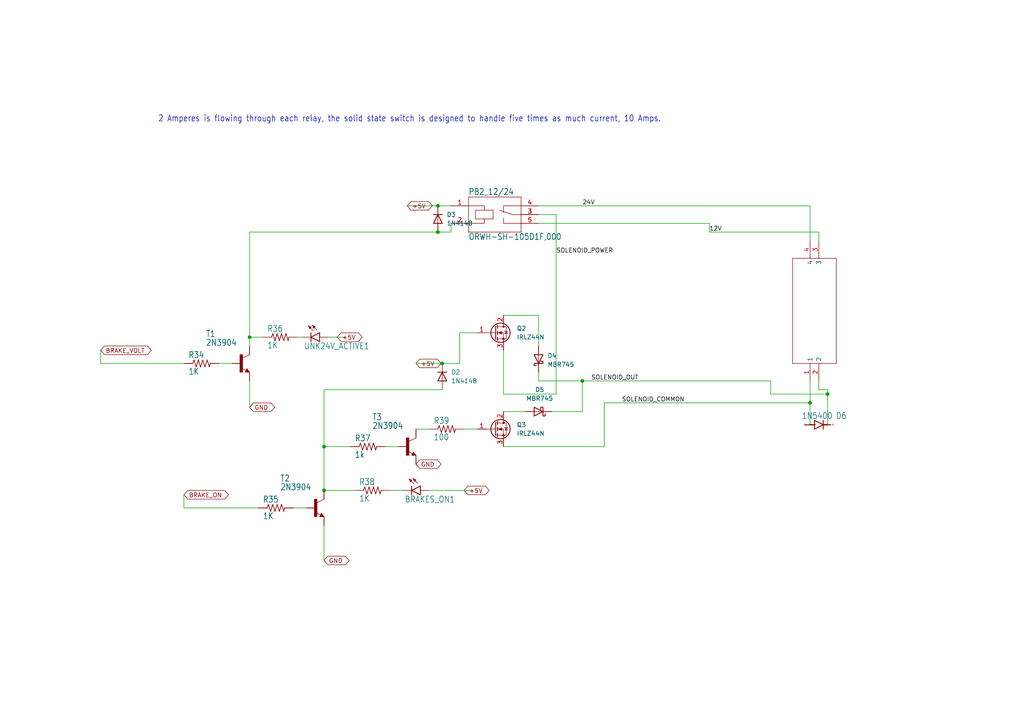
<source format=kicad_sch>
(kicad_sch (version 20230121) (generator eeschema)

  (uuid 6442ba4f-6f8d-4272-ba6a-2c8780a05fac)

  (paper "A4")

  (lib_symbols
    (symbol "Diode:1N4148" (pin_numbers hide) (pin_names hide) (in_bom yes) (on_board yes)
      (property "Reference" "D" (at 0 2.54 0)
        (effects (font (size 1.27 1.27)))
      )
      (property "Value" "1N4148" (at 0 -2.54 0)
        (effects (font (size 1.27 1.27)))
      )
      (property "Footprint" "Diode_THT:D_DO-35_SOD27_P7.62mm_Horizontal" (at 0 0 0)
        (effects (font (size 1.27 1.27)) hide)
      )
      (property "Datasheet" "https://assets.nexperia.com/documents/data-sheet/1N4148_1N4448.pdf" (at 0 0 0)
        (effects (font (size 1.27 1.27)) hide)
      )
      (property "Sim.Device" "D" (at 0 0 0)
        (effects (font (size 1.27 1.27)) hide)
      )
      (property "Sim.Pins" "1=K 2=A" (at 0 0 0)
        (effects (font (size 1.27 1.27)) hide)
      )
      (property "ki_keywords" "diode" (at 0 0 0)
        (effects (font (size 1.27 1.27)) hide)
      )
      (property "ki_description" "100V 0.15A standard switching diode, DO-35" (at 0 0 0)
        (effects (font (size 1.27 1.27)) hide)
      )
      (property "ki_fp_filters" "D*DO?35*" (at 0 0 0)
        (effects (font (size 1.27 1.27)) hide)
      )
      (symbol "1N4148_0_1"
        (polyline
          (pts
            (xy -1.27 1.27)
            (xy -1.27 -1.27)
          )
          (stroke (width 0.254) (type default))
          (fill (type none))
        )
        (polyline
          (pts
            (xy 1.27 0)
            (xy -1.27 0)
          )
          (stroke (width 0) (type default))
          (fill (type none))
        )
        (polyline
          (pts
            (xy 1.27 1.27)
            (xy 1.27 -1.27)
            (xy -1.27 0)
            (xy 1.27 1.27)
          )
          (stroke (width 0.254) (type default))
          (fill (type none))
        )
      )
      (symbol "1N4148_1_1"
        (pin passive line (at -3.81 0 0) (length 2.54)
          (name "K" (effects (font (size 1.27 1.27))))
          (number "1" (effects (font (size 1.27 1.27))))
        )
        (pin passive line (at 3.81 0 180) (length 2.54)
          (name "A" (effects (font (size 1.27 1.27))))
          (number "2" (effects (font (size 1.27 1.27))))
        )
      )
    )
    (symbol "Diode:MBR745" (pin_numbers hide) (pin_names (offset 1.016) hide) (in_bom yes) (on_board yes)
      (property "Reference" "D" (at 0 2.54 0)
        (effects (font (size 1.27 1.27)))
      )
      (property "Value" "MBR745" (at 0 -2.54 0)
        (effects (font (size 1.27 1.27)))
      )
      (property "Footprint" "Package_TO_SOT_THT:TO-220-2_Vertical" (at 0 -4.445 0)
        (effects (font (size 1.27 1.27)) hide)
      )
      (property "Datasheet" "http://www.onsemi.com/pub_link/Collateral/MBR735-D.PDF" (at 0 0 0)
        (effects (font (size 1.27 1.27)) hide)
      )
      (property "ki_keywords" "diode Schottky" (at 0 0 0)
        (effects (font (size 1.27 1.27)) hide)
      )
      (property "ki_description" "45V 7.5A Schottky Barrier Rectifier Diode, TO-220" (at 0 0 0)
        (effects (font (size 1.27 1.27)) hide)
      )
      (property "ki_fp_filters" "TO?220*" (at 0 0 0)
        (effects (font (size 1.27 1.27)) hide)
      )
      (symbol "MBR745_0_1"
        (polyline
          (pts
            (xy 1.27 0)
            (xy -1.27 0)
          )
          (stroke (width 0) (type default))
          (fill (type none))
        )
        (polyline
          (pts
            (xy 1.27 1.27)
            (xy 1.27 -1.27)
            (xy -1.27 0)
            (xy 1.27 1.27)
          )
          (stroke (width 0.254) (type default))
          (fill (type none))
        )
        (polyline
          (pts
            (xy -1.905 0.635)
            (xy -1.905 1.27)
            (xy -1.27 1.27)
            (xy -1.27 -1.27)
            (xy -0.635 -1.27)
            (xy -0.635 -0.635)
          )
          (stroke (width 0.254) (type default))
          (fill (type none))
        )
      )
      (symbol "MBR745_1_1"
        (pin passive line (at -3.81 0 0) (length 2.54)
          (name "K" (effects (font (size 1.27 1.27))))
          (number "1" (effects (font (size 1.27 1.27))))
        )
        (pin passive line (at 3.81 0 180) (length 2.54)
          (name "A" (effects (font (size 1.27 1.27))))
          (number "2" (effects (font (size 1.27 1.27))))
        )
      )
    )
    (symbol "LowLevelv3_1-eagle-import:1N5400" (in_bom yes) (on_board yes)
      (property "Reference" "D" (at 2.54 0.4826 0)
        (effects (font (size 1.778 1.5113)) (justify left bottom))
      )
      (property "Value" "" (at 2.54 -2.3114 0)
        (effects (font (size 1.778 1.5113)) (justify left bottom))
      )
      (property "Footprint" "LowLevelv3_1:DO201-15" (at 0 0 0)
        (effects (font (size 1.27 1.27)) hide)
      )
      (property "Datasheet" "" (at 0 0 0)
        (effects (font (size 1.27 1.27)) hide)
      )
      (property "ki_locked" "" (at 0 0 0)
        (effects (font (size 1.27 1.27)))
      )
      (symbol "1N5400_1_0"
        (polyline
          (pts
            (xy -1.27 -1.27)
            (xy 1.27 0)
          )
          (stroke (width 0.254) (type solid))
          (fill (type none))
        )
        (polyline
          (pts
            (xy -1.27 0)
            (xy -2.54 0)
          )
          (stroke (width 0.254) (type solid))
          (fill (type none))
        )
        (polyline
          (pts
            (xy -1.27 0)
            (xy -1.27 -1.27)
          )
          (stroke (width 0.254) (type solid))
          (fill (type none))
        )
        (polyline
          (pts
            (xy -1.27 1.27)
            (xy -1.27 0)
          )
          (stroke (width 0.254) (type solid))
          (fill (type none))
        )
        (polyline
          (pts
            (xy 1.27 0)
            (xy -1.27 1.27)
          )
          (stroke (width 0.254) (type solid))
          (fill (type none))
        )
        (polyline
          (pts
            (xy 1.27 0)
            (xy 1.27 -1.27)
          )
          (stroke (width 0.254) (type solid))
          (fill (type none))
        )
        (polyline
          (pts
            (xy 1.27 1.27)
            (xy 1.27 0)
          )
          (stroke (width 0.254) (type solid))
          (fill (type none))
        )
        (polyline
          (pts
            (xy 2.54 0)
            (xy 1.27 0)
          )
          (stroke (width 0.254) (type solid))
          (fill (type none))
        )
        (text "SpiceOrder 1" (at -2.54 0 0)
          (effects (font (size 0.4064 0.3454)))
        )
        (text "SpiceOrder 2" (at 2.54 0 0)
          (effects (font (size 0.4064 0.3454)))
        )
        (pin passive line (at -2.54 0 0) (length 0)
          (name "A" (effects (font (size 0 0))))
          (number "A" (effects (font (size 0 0))))
        )
        (pin passive line (at 2.54 0 180) (length 0)
          (name "C" (effects (font (size 0 0))))
          (number "C" (effects (font (size 0 0))))
        )
      )
    )
    (symbol "LowLevelv3_1-eagle-import:284512-4" (in_bom yes) (on_board yes)
      (property "Reference" "U" (at 18.1356 9.1186 0)
        (effects (font (size 2.0828 1.7703)) (justify left bottom) hide)
      )
      (property "Value" "" (at 17.5006 6.5786 0)
        (effects (font (size 2.0828 1.7703)) (justify left bottom) hide)
      )
      (property "Footprint" "LowLevelv3_1:284512-4" (at 0 0 0)
        (effects (font (size 1.27 1.27)) hide)
      )
      (property "Datasheet" "" (at 0 0 0)
        (effects (font (size 1.27 1.27)) hide)
      )
      (property "ki_locked" "" (at 0 0 0)
        (effects (font (size 1.27 1.27)))
      )
      (symbol "284512-4_1_0"
        (polyline
          (pts
            (xy 7.62 -7.62)
            (xy 38.1 -7.62)
          )
          (stroke (width 0.1524) (type solid))
          (fill (type none))
        )
        (polyline
          (pts
            (xy 7.62 5.08)
            (xy 7.62 -7.62)
          )
          (stroke (width 0.1524) (type solid))
          (fill (type none))
        )
        (polyline
          (pts
            (xy 38.1 -7.62)
            (xy 38.1 5.08)
          )
          (stroke (width 0.1524) (type solid))
          (fill (type none))
        )
        (polyline
          (pts
            (xy 38.1 5.08)
            (xy 7.62 5.08)
          )
          (stroke (width 0.1524) (type solid))
          (fill (type none))
        )
        (pin passive line (at 2.54 0 0) (length 5.08)
          (name "1" (effects (font (size 1.27 1.27))))
          (number "1" (effects (font (size 1.27 1.27))))
        )
        (pin passive line (at 2.54 -2.54 0) (length 5.08)
          (name "2" (effects (font (size 1.27 1.27))))
          (number "2" (effects (font (size 1.27 1.27))))
        )
        (pin passive line (at 43.18 -2.54 180) (length 5.08)
          (name "3" (effects (font (size 1.27 1.27))))
          (number "3" (effects (font (size 1.27 1.27))))
        )
        (pin passive line (at 43.18 0 180) (length 5.08)
          (name "4" (effects (font (size 1.27 1.27))))
          (number "4" (effects (font (size 1.27 1.27))))
        )
      )
    )
    (symbol "LowLevelv3_1-eagle-import:2N3904" (in_bom yes) (on_board yes)
      (property "Reference" "T" (at -10.16 7.62 0)
        (effects (font (size 1.778 1.5113)) (justify left bottom))
      )
      (property "Value" "" (at -10.16 5.08 0)
        (effects (font (size 1.778 1.5113)) (justify left bottom))
      )
      (property "Footprint" "LowLevelv3_1:TO92" (at 0 0 0)
        (effects (font (size 1.27 1.27)) hide)
      )
      (property "Datasheet" "" (at 0 0 0)
        (effects (font (size 1.27 1.27)) hide)
      )
      (property "ki_locked" "" (at 0 0 0)
        (effects (font (size 1.27 1.27)))
      )
      (symbol "2N3904_1_0"
        (rectangle (start -0.254 -2.54) (end 0.508 2.54)
          (stroke (width 0) (type default))
          (fill (type outline))
        )
        (polyline
          (pts
            (xy 1.27 -2.54)
            (xy 1.778 -1.524)
          )
          (stroke (width 0.1524) (type solid))
          (fill (type none))
        )
        (polyline
          (pts
            (xy 1.524 -2.413)
            (xy 2.286 -2.413)
          )
          (stroke (width 0.254) (type solid))
          (fill (type none))
        )
        (polyline
          (pts
            (xy 1.524 -2.286)
            (xy 1.905 -2.286)
          )
          (stroke (width 0.254) (type solid))
          (fill (type none))
        )
        (polyline
          (pts
            (xy 1.54 -2.04)
            (xy 0.308 -1.424)
          )
          (stroke (width 0.1524) (type solid))
          (fill (type none))
        )
        (polyline
          (pts
            (xy 1.778 -1.778)
            (xy 1.524 -2.286)
          )
          (stroke (width 0.254) (type solid))
          (fill (type none))
        )
        (polyline
          (pts
            (xy 1.778 -1.524)
            (xy 2.54 -2.54)
          )
          (stroke (width 0.1524) (type solid))
          (fill (type none))
        )
        (polyline
          (pts
            (xy 1.905 -2.286)
            (xy 1.778 -2.032)
          )
          (stroke (width 0.254) (type solid))
          (fill (type none))
        )
        (polyline
          (pts
            (xy 2.286 -2.413)
            (xy 1.778 -1.778)
          )
          (stroke (width 0.254) (type solid))
          (fill (type none))
        )
        (polyline
          (pts
            (xy 2.54 -2.54)
            (xy 1.27 -2.54)
          )
          (stroke (width 0.1524) (type solid))
          (fill (type none))
        )
        (polyline
          (pts
            (xy 2.54 2.54)
            (xy 0.508 1.524)
          )
          (stroke (width 0.1524) (type solid))
          (fill (type none))
        )
        (pin passive line (at 2.54 5.08 270) (length 2.54)
          (name "C" (effects (font (size 0 0))))
          (number "1" (effects (font (size 0 0))))
        )
        (pin passive line (at -2.54 0 0) (length 2.54)
          (name "B" (effects (font (size 0 0))))
          (number "2" (effects (font (size 0 0))))
        )
        (pin passive line (at 2.54 -5.08 90) (length 2.54)
          (name "E" (effects (font (size 0 0))))
          (number "3" (effects (font (size 0 0))))
        )
      )
    )
    (symbol "LowLevelv3_1-eagle-import:LED3MM" (in_bom yes) (on_board yes)
      (property "Reference" "LED" (at 3.556 -4.572 90)
        (effects (font (size 1.778 1.5113)) (justify left bottom))
      )
      (property "Value" "" (at 5.715 -4.572 90)
        (effects (font (size 1.778 1.5113)) (justify left bottom))
      )
      (property "Footprint" "LowLevelv3_1:LED3MM" (at 0 0 0)
        (effects (font (size 1.27 1.27)) hide)
      )
      (property "Datasheet" "" (at 0 0 0)
        (effects (font (size 1.27 1.27)) hide)
      )
      (property "ki_locked" "" (at 0 0 0)
        (effects (font (size 1.27 1.27)))
      )
      (symbol "LED3MM_1_0"
        (polyline
          (pts
            (xy -2.032 -0.762)
            (xy -3.429 -2.159)
          )
          (stroke (width 0.1524) (type solid))
          (fill (type none))
        )
        (polyline
          (pts
            (xy -1.905 -1.905)
            (xy -3.302 -3.302)
          )
          (stroke (width 0.1524) (type solid))
          (fill (type none))
        )
        (polyline
          (pts
            (xy 0 -2.54)
            (xy -1.27 -2.54)
          )
          (stroke (width 0.254) (type solid))
          (fill (type none))
        )
        (polyline
          (pts
            (xy 0 -2.54)
            (xy -1.27 0)
          )
          (stroke (width 0.254) (type solid))
          (fill (type none))
        )
        (polyline
          (pts
            (xy 0 0)
            (xy -1.27 0)
          )
          (stroke (width 0.254) (type solid))
          (fill (type none))
        )
        (polyline
          (pts
            (xy 1.27 -2.54)
            (xy 0 -2.54)
          )
          (stroke (width 0.254) (type solid))
          (fill (type none))
        )
        (polyline
          (pts
            (xy 1.27 0)
            (xy 0 -2.54)
          )
          (stroke (width 0.254) (type solid))
          (fill (type none))
        )
        (polyline
          (pts
            (xy 1.27 0)
            (xy 0 0)
          )
          (stroke (width 0.254) (type solid))
          (fill (type none))
        )
        (polyline
          (pts
            (xy -3.429 -2.159)
            (xy -3.048 -1.27)
            (xy -2.54 -1.778)
          )
          (stroke (width 0.1524) (type solid))
          (fill (type outline))
        )
        (polyline
          (pts
            (xy -3.302 -3.302)
            (xy -2.921 -2.413)
            (xy -2.413 -2.921)
          )
          (stroke (width 0.1524) (type solid))
          (fill (type outline))
        )
        (pin passive line (at 0 2.54 270) (length 2.54)
          (name "A" (effects (font (size 0 0))))
          (number "A" (effects (font (size 0 0))))
        )
        (pin passive line (at 0 -5.08 90) (length 2.54)
          (name "C" (effects (font (size 0 0))))
          (number "K" (effects (font (size 0 0))))
        )
      )
    )
    (symbol "LowLevelv3_1-eagle-import:ORWH-SH-105D1F,000" (in_bom yes) (on_board yes)
      (property "Reference" "K" (at -5.1169 5.6256 0)
        (effects (font (size 1.7804 1.5133)) (justify left bottom))
      )
      (property "Value" "" (at -5.099 -7.3917 0)
        (effects (font (size 1.779 1.5121)) (justify left bottom))
      )
      (property "Footprint" "LowLevelv3_1:TE_ORWH-SH-105D1F,000" (at 0 0 0)
        (effects (font (size 1.27 1.27)) hide)
      )
      (property "Datasheet" "" (at 0 0 0)
        (effects (font (size 1.27 1.27)) hide)
      )
      (property "ki_locked" "" (at 0 0 0)
        (effects (font (size 1.27 1.27)))
      )
      (symbol "ORWH-SH-105D1F,000_1_0"
        (polyline
          (pts
            (xy -5.08 -5.08)
            (xy -5.08 -2.54)
          )
          (stroke (width 0.1524) (type solid))
          (fill (type none))
        )
        (polyline
          (pts
            (xy -5.08 -2.54)
            (xy -5.08 2.54)
          )
          (stroke (width 0.1524) (type solid))
          (fill (type none))
        )
        (polyline
          (pts
            (xy -5.08 -2.54)
            (xy -0.508 -2.54)
          )
          (stroke (width 0.1524) (type solid))
          (fill (type none))
        )
        (polyline
          (pts
            (xy -5.08 2.54)
            (xy -5.08 5.08)
          )
          (stroke (width 0.1524) (type solid))
          (fill (type none))
        )
        (polyline
          (pts
            (xy -5.08 2.54)
            (xy -0.508 2.54)
          )
          (stroke (width 0.1524) (type solid))
          (fill (type none))
        )
        (polyline
          (pts
            (xy -5.08 5.08)
            (xy 10.16 5.08)
          )
          (stroke (width 0.1524) (type solid))
          (fill (type none))
        )
        (polyline
          (pts
            (xy -3.048 -1.27)
            (xy -0.508 -1.27)
          )
          (stroke (width 0.1524) (type solid))
          (fill (type none))
        )
        (polyline
          (pts
            (xy -3.048 1.27)
            (xy -3.048 -1.27)
          )
          (stroke (width 0.1524) (type solid))
          (fill (type none))
        )
        (polyline
          (pts
            (xy -0.508 -2.54)
            (xy -0.508 -1.27)
          )
          (stroke (width 0.1524) (type solid))
          (fill (type none))
        )
        (polyline
          (pts
            (xy -0.508 -1.27)
            (xy 2.032 -1.27)
          )
          (stroke (width 0.1524) (type solid))
          (fill (type none))
        )
        (polyline
          (pts
            (xy -0.508 1.27)
            (xy -3.048 1.27)
          )
          (stroke (width 0.1524) (type solid))
          (fill (type none))
        )
        (polyline
          (pts
            (xy -0.508 2.54)
            (xy -0.508 1.27)
          )
          (stroke (width 0.1524) (type solid))
          (fill (type none))
        )
        (polyline
          (pts
            (xy 2.032 -1.27)
            (xy 2.032 1.27)
          )
          (stroke (width 0.1524) (type solid))
          (fill (type none))
        )
        (polyline
          (pts
            (xy 2.032 1.27)
            (xy -0.508 1.27)
          )
          (stroke (width 0.1524) (type solid))
          (fill (type none))
        )
        (polyline
          (pts
            (xy 5.08 -2.54)
            (xy 5.08 -1.016)
          )
          (stroke (width 0.1524) (type solid))
          (fill (type none))
        )
        (polyline
          (pts
            (xy 5.08 2.54)
            (xy 5.08 0.508)
          )
          (stroke (width 0.1524) (type solid))
          (fill (type none))
        )
        (polyline
          (pts
            (xy 7.62 0)
            (xy 3.81 1.27)
          )
          (stroke (width 0.1524) (type solid))
          (fill (type none))
        )
        (polyline
          (pts
            (xy 10.16 -5.08)
            (xy -5.08 -5.08)
          )
          (stroke (width 0.1524) (type solid))
          (fill (type none))
        )
        (polyline
          (pts
            (xy 10.16 -2.54)
            (xy 5.08 -2.54)
          )
          (stroke (width 0.1524) (type solid))
          (fill (type none))
        )
        (polyline
          (pts
            (xy 10.16 -2.54)
            (xy 10.16 -5.08)
          )
          (stroke (width 0.1524) (type solid))
          (fill (type none))
        )
        (polyline
          (pts
            (xy 10.16 0)
            (xy 7.62 0)
          )
          (stroke (width 0.1524) (type solid))
          (fill (type none))
        )
        (polyline
          (pts
            (xy 10.16 0)
            (xy 10.16 -2.54)
          )
          (stroke (width 0.1524) (type solid))
          (fill (type none))
        )
        (polyline
          (pts
            (xy 10.16 2.54)
            (xy 5.08 2.54)
          )
          (stroke (width 0.1524) (type solid))
          (fill (type none))
        )
        (polyline
          (pts
            (xy 10.16 2.54)
            (xy 10.16 0)
          )
          (stroke (width 0.1524) (type solid))
          (fill (type none))
        )
        (polyline
          (pts
            (xy 10.16 5.08)
            (xy 10.16 2.54)
          )
          (stroke (width 0.1524) (type solid))
          (fill (type none))
        )
        (pin passive line (at -10.16 2.54 0) (length 5.08)
          (name "C1" (effects (font (size 0 0))))
          (number "1" (effects (font (size 1.27 1.27))))
        )
        (pin passive line (at -10.16 -2.54 0) (length 5.08)
          (name "C2" (effects (font (size 0 0))))
          (number "2" (effects (font (size 1.27 1.27))))
        )
        (pin passive line (at 15.24 0 180) (length 5.08)
          (name "C" (effects (font (size 0 0))))
          (number "3" (effects (font (size 1.27 1.27))))
        )
        (pin passive line (at 15.24 2.54 180) (length 5.08)
          (name "NC" (effects (font (size 0 0))))
          (number "4" (effects (font (size 1.27 1.27))))
        )
        (pin passive line (at 15.24 -2.54 180) (length 5.08)
          (name "NO" (effects (font (size 0 0))))
          (number "5" (effects (font (size 1.27 1.27))))
        )
      )
    )
    (symbol "LowLevelv3_1-eagle-import:R-US_R1206" (in_bom yes) (on_board yes)
      (property "Reference" "R" (at -3.81 1.4986 0)
        (effects (font (size 1.778 1.5113)) (justify left bottom))
      )
      (property "Value" "" (at -3.81 -3.302 0)
        (effects (font (size 1.778 1.5113)) (justify left bottom))
      )
      (property "Footprint" "LowLevelv3_1:R1206" (at 0 0 0)
        (effects (font (size 1.27 1.27)) hide)
      )
      (property "Datasheet" "" (at 0 0 0)
        (effects (font (size 1.27 1.27)) hide)
      )
      (property "ki_locked" "" (at 0 0 0)
        (effects (font (size 1.27 1.27)))
      )
      (symbol "R-US_R1206_1_0"
        (polyline
          (pts
            (xy -2.54 0)
            (xy -2.159 1.016)
          )
          (stroke (width 0.2032) (type solid))
          (fill (type none))
        )
        (polyline
          (pts
            (xy -2.159 1.016)
            (xy -1.524 -1.016)
          )
          (stroke (width 0.2032) (type solid))
          (fill (type none))
        )
        (polyline
          (pts
            (xy -1.524 -1.016)
            (xy -0.889 1.016)
          )
          (stroke (width 0.2032) (type solid))
          (fill (type none))
        )
        (polyline
          (pts
            (xy -0.889 1.016)
            (xy -0.254 -1.016)
          )
          (stroke (width 0.2032) (type solid))
          (fill (type none))
        )
        (polyline
          (pts
            (xy -0.254 -1.016)
            (xy 0.381 1.016)
          )
          (stroke (width 0.2032) (type solid))
          (fill (type none))
        )
        (polyline
          (pts
            (xy 0.381 1.016)
            (xy 1.016 -1.016)
          )
          (stroke (width 0.2032) (type solid))
          (fill (type none))
        )
        (polyline
          (pts
            (xy 1.016 -1.016)
            (xy 1.651 1.016)
          )
          (stroke (width 0.2032) (type solid))
          (fill (type none))
        )
        (polyline
          (pts
            (xy 1.651 1.016)
            (xy 2.286 -1.016)
          )
          (stroke (width 0.2032) (type solid))
          (fill (type none))
        )
        (polyline
          (pts
            (xy 2.286 -1.016)
            (xy 2.54 0)
          )
          (stroke (width 0.2032) (type solid))
          (fill (type none))
        )
        (pin passive line (at -5.08 0 0) (length 2.54)
          (name "1" (effects (font (size 0 0))))
          (number "1" (effects (font (size 0 0))))
        )
        (pin passive line (at 5.08 0 180) (length 2.54)
          (name "2" (effects (font (size 0 0))))
          (number "2" (effects (font (size 0 0))))
        )
      )
    )
    (symbol "Transistor_FET:IRLZ44N" (pin_names hide) (in_bom yes) (on_board yes)
      (property "Reference" "Q" (at 5.08 1.905 0)
        (effects (font (size 1.27 1.27)) (justify left))
      )
      (property "Value" "IRLZ44N" (at 5.08 0 0)
        (effects (font (size 1.27 1.27)) (justify left))
      )
      (property "Footprint" "Package_TO_SOT_THT:TO-220-3_Vertical" (at 5.08 -1.905 0)
        (effects (font (size 1.27 1.27) italic) (justify left) hide)
      )
      (property "Datasheet" "http://www.irf.com/product-info/datasheets/data/irlz44n.pdf" (at 5.08 -3.81 0)
        (effects (font (size 1.27 1.27)) (justify left) hide)
      )
      (property "ki_keywords" "N-Channel HEXFET MOSFET Logic-Level" (at 0 0 0)
        (effects (font (size 1.27 1.27)) hide)
      )
      (property "ki_description" "47A Id, 55V Vds, 22mOhm Rds Single N-Channel HEXFET Power MOSFET, TO-220AB" (at 0 0 0)
        (effects (font (size 1.27 1.27)) hide)
      )
      (property "ki_fp_filters" "TO?220*" (at 0 0 0)
        (effects (font (size 1.27 1.27)) hide)
      )
      (symbol "IRLZ44N_0_1"
        (polyline
          (pts
            (xy 0.254 0)
            (xy -2.54 0)
          )
          (stroke (width 0) (type default))
          (fill (type none))
        )
        (polyline
          (pts
            (xy 0.254 1.905)
            (xy 0.254 -1.905)
          )
          (stroke (width 0.254) (type default))
          (fill (type none))
        )
        (polyline
          (pts
            (xy 0.762 -1.27)
            (xy 0.762 -2.286)
          )
          (stroke (width 0.254) (type default))
          (fill (type none))
        )
        (polyline
          (pts
            (xy 0.762 0.508)
            (xy 0.762 -0.508)
          )
          (stroke (width 0.254) (type default))
          (fill (type none))
        )
        (polyline
          (pts
            (xy 0.762 2.286)
            (xy 0.762 1.27)
          )
          (stroke (width 0.254) (type default))
          (fill (type none))
        )
        (polyline
          (pts
            (xy 2.54 2.54)
            (xy 2.54 1.778)
          )
          (stroke (width 0) (type default))
          (fill (type none))
        )
        (polyline
          (pts
            (xy 2.54 -2.54)
            (xy 2.54 0)
            (xy 0.762 0)
          )
          (stroke (width 0) (type default))
          (fill (type none))
        )
        (polyline
          (pts
            (xy 0.762 -1.778)
            (xy 3.302 -1.778)
            (xy 3.302 1.778)
            (xy 0.762 1.778)
          )
          (stroke (width 0) (type default))
          (fill (type none))
        )
        (polyline
          (pts
            (xy 1.016 0)
            (xy 2.032 0.381)
            (xy 2.032 -0.381)
            (xy 1.016 0)
          )
          (stroke (width 0) (type default))
          (fill (type outline))
        )
        (polyline
          (pts
            (xy 2.794 0.508)
            (xy 2.921 0.381)
            (xy 3.683 0.381)
            (xy 3.81 0.254)
          )
          (stroke (width 0) (type default))
          (fill (type none))
        )
        (polyline
          (pts
            (xy 3.302 0.381)
            (xy 2.921 -0.254)
            (xy 3.683 -0.254)
            (xy 3.302 0.381)
          )
          (stroke (width 0) (type default))
          (fill (type none))
        )
        (circle (center 1.651 0) (radius 2.794)
          (stroke (width 0.254) (type default))
          (fill (type none))
        )
        (circle (center 2.54 -1.778) (radius 0.254)
          (stroke (width 0) (type default))
          (fill (type outline))
        )
        (circle (center 2.54 1.778) (radius 0.254)
          (stroke (width 0) (type default))
          (fill (type outline))
        )
      )
      (symbol "IRLZ44N_1_1"
        (pin input line (at -5.08 0 0) (length 2.54)
          (name "G" (effects (font (size 1.27 1.27))))
          (number "1" (effects (font (size 1.27 1.27))))
        )
        (pin passive line (at 2.54 5.08 270) (length 2.54)
          (name "D" (effects (font (size 1.27 1.27))))
          (number "2" (effects (font (size 1.27 1.27))))
        )
        (pin passive line (at 2.54 -5.08 90) (length 2.54)
          (name "S" (effects (font (size 1.27 1.27))))
          (number "3" (effects (font (size 1.27 1.27))))
        )
      )
    )
  )

  (junction (at 234.95 116.84) (diameter 0) (color 0 0 0 0)
    (uuid 074716c6-c75c-43f7-91dd-c0b61d1225a9)
  )
  (junction (at 93.98 142.24) (diameter 0) (color 0 0 0 0)
    (uuid 153db05f-cd74-4280-ab48-3515b7676396)
  )
  (junction (at 93.98 129.54) (diameter 0) (color 0 0 0 0)
    (uuid 24dcc074-4315-427e-a960-986b4074028d)
  )
  (junction (at 127 67.31) (diameter 0) (color 0 0 0 0)
    (uuid 39320f74-2e79-4545-870a-3dbf350fb0ca)
  )
  (junction (at 240.03 114.3) (diameter 0) (color 0 0 0 0)
    (uuid 3dd7c205-1288-4521-a481-37cb65156fc7)
  )
  (junction (at 168.91 110.49) (diameter 0) (color 0 0 0 0)
    (uuid 48c94372-adc0-4306-b534-fb6730fc1990)
  )
  (junction (at 128.27 105.41) (diameter 0) (color 0 0 0 0)
    (uuid 6c3a4f6c-482d-491a-8d93-5d979f8a1c73)
  )
  (junction (at 127 59.69) (diameter 0) (color 0 0 0 0)
    (uuid b790ab61-c55b-48c3-b7c5-29ee5f82346b)
  )
  (junction (at 72.39 97.79) (diameter 0) (color 0 0 0 0)
    (uuid cdbed0d1-c7e7-4821-a5ce-9953864f8dfe)
  )

  (wire (pts (xy 29.21 105.41) (xy 53.34 105.41))
    (stroke (width 0.1524) (type solid))
    (uuid 03eda810-5f09-491c-807a-747829534614)
  )
  (wire (pts (xy 120.65 105.41) (xy 128.27 105.41))
    (stroke (width 0.1524) (type solid))
    (uuid 0583389a-ad9c-4521-b4e1-274ac22d001c)
  )
  (wire (pts (xy 237.49 113.03) (xy 237.49 110.49))
    (stroke (width 0.1524) (type solid))
    (uuid 09458d0a-c09e-4524-9684-9aab2edb7b4d)
  )
  (wire (pts (xy 205.74 64.77) (xy 156.21 64.77))
    (stroke (width 0.1524) (type solid))
    (uuid 0efb573d-5d6a-40b8-bdf9-e38cdd0afa4c)
  )
  (wire (pts (xy 86.36 97.79) (xy 87.63 97.79))
    (stroke (width 0.1524) (type solid))
    (uuid 105595d4-da94-4737-bd64-ee3196aea16d)
  )
  (wire (pts (xy 72.39 110.49) (xy 72.39 118.11))
    (stroke (width 0.1524) (type solid))
    (uuid 13907834-6874-45e2-a8e3-e24cc1648d87)
  )
  (wire (pts (xy 130.81 67.31) (xy 130.81 64.77))
    (stroke (width 0) (type default))
    (uuid 187d028f-f7dc-42c2-8ec9-aa9e6a0626de)
  )
  (wire (pts (xy 93.98 129.54) (xy 93.98 142.24))
    (stroke (width 0.1524) (type solid))
    (uuid 1dd57ab8-1326-4003-9fd6-8007b0e8904c)
  )
  (wire (pts (xy 240.03 114.3) (xy 240.03 123.19))
    (stroke (width 0.1524) (type solid))
    (uuid 202bd243-1ca6-4802-9105-c8efdc28b87e)
  )
  (wire (pts (xy 234.95 116.84) (xy 234.95 123.19))
    (stroke (width 0.1524) (type solid))
    (uuid 2249f765-0a65-49a1-9267-27d083ad321e)
  )
  (wire (pts (xy 223.52 114.3) (xy 240.03 114.3))
    (stroke (width 0) (type default))
    (uuid 2458ebe7-beac-49f1-91e1-84fed679bc1a)
  )
  (wire (pts (xy 156.21 62.23) (xy 161.29 62.23))
    (stroke (width 0) (type default))
    (uuid 28fc2ae8-a675-4b82-8868-a2abf96242e5)
  )
  (wire (pts (xy 234.95 110.49) (xy 234.95 116.84))
    (stroke (width 0.1524) (type solid))
    (uuid 2f4b3ea1-0f94-46c6-bfaa-e75d43a8757a)
  )
  (wire (pts (xy 175.26 129.54) (xy 146.05 129.54))
    (stroke (width 0.1524) (type solid))
    (uuid 317c2260-ebb5-45ab-ab28-ce578a0d3adb)
  )
  (wire (pts (xy 156.21 59.69) (xy 234.95 59.69))
    (stroke (width 0.1524) (type solid))
    (uuid 340d21dc-d048-41f7-9738-db9cbb77c39c)
  )
  (wire (pts (xy 156.21 107.95) (xy 156.21 110.49))
    (stroke (width 0) (type default))
    (uuid 37fc1d8c-2272-45b7-b60e-27ace8e7f261)
  )
  (wire (pts (xy 72.39 67.31) (xy 72.39 97.79))
    (stroke (width 0.1524) (type solid))
    (uuid 391a7c71-4951-4ee6-a358-6c52afd03536)
  )
  (wire (pts (xy 93.98 129.54) (xy 101.6 129.54))
    (stroke (width 0) (type default))
    (uuid 3d21e835-da41-4fcd-b6b1-9e8283d8d6c3)
  )
  (wire (pts (xy 93.98 113.03) (xy 93.98 129.54))
    (stroke (width 0.1524) (type solid))
    (uuid 42254b62-da54-495d-894b-5c9993d3c70e)
  )
  (wire (pts (xy 95.25 97.79) (xy 100.33 97.79))
    (stroke (width 0.1524) (type solid))
    (uuid 4381d332-7c86-4a59-a64d-f6b2880d1990)
  )
  (wire (pts (xy 134.62 124.46) (xy 138.43 124.46))
    (stroke (width 0) (type default))
    (uuid 457e4979-2214-404a-bb52-39b586fd86d4)
  )
  (wire (pts (xy 234.95 59.69) (xy 234.95 69.85))
    (stroke (width 0.1524) (type solid))
    (uuid 48e3f48b-b82c-425c-be7f-ba790fb08692)
  )
  (wire (pts (xy 63.5 105.41) (xy 67.31 105.41))
    (stroke (width 0.1524) (type solid))
    (uuid 49c915c7-3f87-4d4c-9d98-4ed55a5275f0)
  )
  (wire (pts (xy 120.65 124.46) (xy 124.46 124.46))
    (stroke (width 0) (type default))
    (uuid 4adfbc9a-1621-4ade-8597-9e877613afdc)
  )
  (wire (pts (xy 53.34 143.51) (xy 53.34 147.32))
    (stroke (width 0.1524) (type solid))
    (uuid 5203a2c9-8fd5-413d-abe4-93b1f57d990f)
  )
  (wire (pts (xy 240.03 113.03) (xy 240.03 114.3))
    (stroke (width 0.1524) (type solid))
    (uuid 56eba07c-5722-4b3a-be96-1a8c2c3e55b2)
  )
  (wire (pts (xy 205.74 67.31) (xy 237.49 67.31))
    (stroke (width 0.1524) (type solid))
    (uuid 5cfde987-7757-4665-8fee-6e9e69b6a1ef)
  )
  (wire (pts (xy 118.11 59.69) (xy 127 59.69))
    (stroke (width 0.1524) (type solid))
    (uuid 5e68e885-d887-4115-b227-0422c4698419)
  )
  (wire (pts (xy 72.39 67.31) (xy 116.84 67.31))
    (stroke (width 0.1524) (type solid))
    (uuid 615b596a-35c7-448e-b90d-82054639b56a)
  )
  (wire (pts (xy 53.34 147.32) (xy 74.93 147.32))
    (stroke (width 0.1524) (type solid))
    (uuid 65694f16-d2b0-489b-90a1-30933e6edd21)
  )
  (wire (pts (xy 127 59.69) (xy 130.81 59.69))
    (stroke (width 0.1524) (type solid))
    (uuid 6654a2c9-6259-4193-ab8b-a08684c19eaf)
  )
  (wire (pts (xy 113.03 142.24) (xy 116.84 142.24))
    (stroke (width 0.1524) (type solid))
    (uuid 672fbadd-83b7-4efb-b3d7-6f5ab7a4c33e)
  )
  (wire (pts (xy 85.09 147.32) (xy 88.9 147.32))
    (stroke (width 0.1524) (type solid))
    (uuid 6a71132c-e64d-46d2-96a8-68105bde0526)
  )
  (wire (pts (xy 156.21 91.44) (xy 156.21 100.33))
    (stroke (width 0) (type default))
    (uuid 6bef8f63-3ad1-4c03-b22b-7fbc4cb12cf0)
  )
  (wire (pts (xy 93.98 113.03) (xy 128.27 113.03))
    (stroke (width 0.1524) (type solid))
    (uuid 70b79605-1a6b-434e-b162-c1b74ecf3cda)
  )
  (wire (pts (xy 146.05 101.6) (xy 146.05 114.3))
    (stroke (width 0) (type default))
    (uuid 74244b81-2d79-485e-bf24-93b7a19b1f42)
  )
  (wire (pts (xy 237.49 67.31) (xy 237.49 69.85))
    (stroke (width 0.1524) (type solid))
    (uuid 81933e48-5092-4b4c-9212-57752c64451e)
  )
  (wire (pts (xy 156.21 110.49) (xy 168.91 110.49))
    (stroke (width 0) (type default))
    (uuid 8df29a21-7ad4-48f9-a292-70fe9c3f7d0e)
  )
  (wire (pts (xy 29.21 101.6) (xy 29.21 105.41))
    (stroke (width 0.1524) (type solid))
    (uuid 902930d8-f61f-41f7-9c73-4978a511b3de)
  )
  (wire (pts (xy 127 67.31) (xy 130.81 67.31))
    (stroke (width 0) (type default))
    (uuid 91d48607-3b26-4521-9680-157bff9a1c3e)
  )
  (wire (pts (xy 234.95 116.84) (xy 175.26 116.84))
    (stroke (width 0.1524) (type solid))
    (uuid 95f017ff-63f4-41d5-94ed-108f98ddc441)
  )
  (wire (pts (xy 223.52 110.49) (xy 223.52 114.3))
    (stroke (width 0) (type default))
    (uuid 97285623-7a55-4925-9215-9ecf7681b9d6)
  )
  (wire (pts (xy 168.91 110.49) (xy 223.52 110.49))
    (stroke (width 0) (type default))
    (uuid a0933f7e-3ebc-4560-bdc0-1bcac494b9d0)
  )
  (wire (pts (xy 146.05 91.44) (xy 156.21 91.44))
    (stroke (width 0) (type default))
    (uuid a63c1164-b141-4a73-8c43-abc282d268ad)
  )
  (wire (pts (xy 93.98 152.4) (xy 93.98 162.56))
    (stroke (width 0.1524) (type solid))
    (uuid b2496d8e-3fe7-4692-b568-396d3a1dd867)
  )
  (wire (pts (xy 205.74 67.31) (xy 205.74 64.77))
    (stroke (width 0.1524) (type solid))
    (uuid b4622363-a521-4dd0-8a97-a3bbed219ace)
  )
  (wire (pts (xy 161.29 114.3) (xy 146.05 114.3))
    (stroke (width 0) (type default))
    (uuid b5b097b3-1c74-4095-b69b-f0d214739fa5)
  )
  (wire (pts (xy 237.49 113.03) (xy 240.03 113.03))
    (stroke (width 0.1524) (type solid))
    (uuid b7e1b4f5-b0e8-4e0a-bd0e-e3674c832a77)
  )
  (wire (pts (xy 72.39 97.79) (xy 72.39 100.33))
    (stroke (width 0.1524) (type solid))
    (uuid baea8d12-3ce6-4029-b737-4d23459d6a11)
  )
  (wire (pts (xy 161.29 62.23) (xy 161.29 114.3))
    (stroke (width 0) (type default))
    (uuid bb07862f-44b1-4b02-9ba9-a6376200ae99)
  )
  (wire (pts (xy 124.46 142.24) (xy 137.16 142.24))
    (stroke (width 0.1524) (type solid))
    (uuid c5e29e6e-534c-46d5-935c-f019dc0c5ed6)
  )
  (wire (pts (xy 93.98 142.24) (xy 102.87 142.24))
    (stroke (width 0.1524) (type solid))
    (uuid c6baf904-a870-43e6-b2da-0839672e78a2)
  )
  (wire (pts (xy 146.05 119.38) (xy 152.4 119.38))
    (stroke (width 0) (type default))
    (uuid c6ca4f7e-fa8c-4dd6-9ddd-0613aea53a34)
  )
  (wire (pts (xy 128.27 105.41) (xy 133.35 105.41))
    (stroke (width 0.1524) (type solid))
    (uuid c7ae80d5-dc53-4fc7-9dcd-f3f4df902864)
  )
  (wire (pts (xy 160.02 119.38) (xy 168.91 119.38))
    (stroke (width 0) (type default))
    (uuid c9e3e6bd-11d1-4d17-85c3-81c140aff893)
  )
  (wire (pts (xy 168.91 110.49) (xy 168.91 119.38))
    (stroke (width 0) (type default))
    (uuid cfa01056-061a-41c1-afb2-9cb39c3448eb)
  )
  (wire (pts (xy 138.43 96.52) (xy 133.35 96.52))
    (stroke (width 0) (type default))
    (uuid dddf2e0c-f038-4feb-994b-2ee3fc81609d)
  )
  (wire (pts (xy 133.35 96.52) (xy 133.35 105.41))
    (stroke (width 0) (type default))
    (uuid e3b34e5f-d395-461e-bdad-450c0a2fd422)
  )
  (wire (pts (xy 72.39 97.79) (xy 76.2 97.79))
    (stroke (width 0.1524) (type solid))
    (uuid ebff7941-444c-4e2e-bc98-bf05a5b1ed68)
  )
  (wire (pts (xy 175.26 116.84) (xy 175.26 129.54))
    (stroke (width 0.1524) (type solid))
    (uuid ef1e3147-b5a3-43e7-8744-9faffde62cd8)
  )
  (wire (pts (xy 115.57 129.54) (xy 111.76 129.54))
    (stroke (width 0) (type default))
    (uuid fbe76ad3-6f91-4410-b81e-ac4e63aa42d9)
  )
  (wire (pts (xy 116.84 67.31) (xy 127 67.31))
    (stroke (width 0) (type default))
    (uuid fc276aa8-8481-4612-9556-9fb914f7c03e)
  )

  (text "2 Amperes is flowing through each relay, the solid state switch is designed to handle five times as much current, 10 Amps."
    (at 191.77 35.56 0)
    (effects (font (size 1.778 1.5113)) (justify right bottom))
    (uuid 18d7fb55-0b5d-445f-a9a3-ee7c67108051)
  )

  (label "12V" (at 205.74 67.31 0) (fields_autoplaced)
    (effects (font (size 1.2446 1.2446)) (justify left bottom))
    (uuid 1064c801-485b-4ede-82c4-9bb779b9c694)
  )
  (label "SOLENOID_COMMON" (at 180.34 116.84 0) (fields_autoplaced)
    (effects (font (size 1.2446 1.2446)) (justify left bottom))
    (uuid 32d63c1a-5884-4984-ac42-a02d6ba45aca)
  )
  (label "SOLENOID_OUT" (at 171.45 110.49 0) (fields_autoplaced)
    (effects (font (size 1.2446 1.2446)) (justify left bottom))
    (uuid 51540aa3-35ab-4d75-8322-b70767f34742)
  )
  (label "24V" (at 168.91 59.69 0) (fields_autoplaced)
    (effects (font (size 1.2446 1.2446)) (justify left bottom))
    (uuid 60e1d752-b9f5-4a4c-932c-c2ee22cd8a88)
  )
  (label "SOLENOID_POWER" (at 161.29 73.66 0) (fields_autoplaced)
    (effects (font (size 1.2446 1.2446)) (justify left bottom))
    (uuid daac16fb-bfc1-4159-8d33-632451fd7dea)
  )

  (global_label "+5V" (shape bidirectional) (at 120.65 105.41 0) (fields_autoplaced)
    (effects (font (size 1.2446 1.2446)) (justify left))
    (uuid 133dbcde-f40f-49dc-9c02-c1c869bf2764)
    (property "Intersheetrefs" "${INTERSHEET_REFS}" (at 128.4572 105.41 0)
      (effects (font (size 1.27 1.27)) (justify left) hide)
    )
  )
  (global_label "GND" (shape bidirectional) (at 93.98 162.56 0) (fields_autoplaced)
    (effects (font (size 1.2446 1.2446)) (justify left))
    (uuid 141d4028-e19d-48c0-8f5d-336c7c4ad1d3)
    (property "Intersheetrefs" "${INTERSHEET_REFS}" (at 101.7873 162.56 0)
      (effects (font (size 1.27 1.27)) (justify left) hide)
    )
  )
  (global_label "BRAKE_ON" (shape bidirectional) (at 53.34 143.51 0) (fields_autoplaced)
    (effects (font (size 1.2446 1.2446)) (justify left))
    (uuid 1b9d09e1-3dda-4416-8041-c39ab2aaea14)
    (property "Intersheetrefs" "${INTERSHEET_REFS}" (at 66.837 143.51 0)
      (effects (font (size 1.27 1.27)) (justify left) hide)
    )
  )
  (global_label "GND" (shape bidirectional) (at 72.39 118.11 0) (fields_autoplaced)
    (effects (font (size 1.2446 1.2446)) (justify left))
    (uuid 5066b89a-d8aa-46a3-b951-94c81b93de6d)
    (property "Intersheetrefs" "${INTERSHEET_REFS}" (at 80.1973 118.11 0)
      (effects (font (size 1.27 1.27)) (justify left) hide)
    )
  )
  (global_label "BRAKE_VOLT" (shape bidirectional) (at 29.21 101.6 0) (fields_autoplaced)
    (effects (font (size 1.2446 1.2446)) (justify left))
    (uuid 6406a763-44c2-4c5f-b04f-5ecc25833468)
    (property "Intersheetrefs" "${INTERSHEET_REFS}" (at 44.4257 101.6 0)
      (effects (font (size 1.27 1.27)) (justify left) hide)
    )
  )
  (global_label "+5V" (shape bidirectional) (at 118.11 59.69 0) (fields_autoplaced)
    (effects (font (size 1.2446 1.2446)) (justify left))
    (uuid 6da0736b-18c8-46ce-b433-c7e04d2bd684)
    (property "Intersheetrefs" "${INTERSHEET_REFS}" (at 125.9172 59.69 0)
      (effects (font (size 1.27 1.27)) (justify left) hide)
    )
  )
  (global_label "GND" (shape bidirectional) (at 120.65 134.62 0) (fields_autoplaced)
    (effects (font (size 1.2446 1.2446)) (justify left))
    (uuid 7e7730dd-c412-4fbd-869d-124a360c1e35)
    (property "Intersheetrefs" "${INTERSHEET_REFS}" (at 128.4573 134.62 0)
      (effects (font (size 1.27 1.27)) (justify left) hide)
    )
  )
  (global_label "+5V" (shape bidirectional) (at 97.79 97.79 0) (fields_autoplaced)
    (effects (font (size 1.2446 1.2446)) (justify left))
    (uuid d331bf61-916e-4274-a147-91f049236b1a)
    (property "Intersheetrefs" "${INTERSHEET_REFS}" (at 105.5972 97.79 0)
      (effects (font (size 1.27 1.27)) (justify left) hide)
    )
  )
  (global_label "+5V" (shape bidirectional) (at 134.62 142.24 0) (fields_autoplaced)
    (effects (font (size 1.2446 1.2446)) (justify left))
    (uuid e1de259a-474b-4809-ba09-69cf3104b89f)
    (property "Intersheetrefs" "${INTERSHEET_REFS}" (at 142.4272 142.24 0)
      (effects (font (size 1.27 1.27)) (justify left) hide)
    )
  )

  (symbol (lib_id "Transistor_FET:IRLZ44N") (at 143.51 124.46 0) (unit 1)
    (in_bom yes) (on_board yes) (dnp no) (fields_autoplaced)
    (uuid 048fea0f-7e6e-4236-8f24-f4fa39fe6d8b)
    (property "Reference" "Q3" (at 149.86 123.19 0)
      (effects (font (size 1.27 1.27)) (justify left))
    )
    (property "Value" "IRLZ44N" (at 149.86 125.73 0)
      (effects (font (size 1.27 1.27)) (justify left))
    )
    (property "Footprint" "Package_TO_SOT_THT:TO-220-3_Vertical" (at 148.59 126.365 0)
      (effects (font (size 1.27 1.27) italic) (justify left) hide)
    )
    (property "Datasheet" "http://www.irf.com/product-info/datasheets/data/irlz44n.pdf" (at 148.59 128.27 0)
      (effects (font (size 1.27 1.27)) (justify left) hide)
    )
    (pin "1" (uuid e901b4cd-325d-4624-9472-d982fe16136b))
    (pin "3" (uuid cb62828a-2845-4e08-bb81-c96cf2908696))
    (pin "2" (uuid d4b76be7-5fcb-43e1-81fe-8633597333dd))
    (instances
      (project "LowLevelv4_1_V2"
        (path "/d045d594-5e9c-4d0c-a67a-c741310f8a5e/1a0ed3e7-96f2-408e-b32f-6b43ab44c27b"
          (reference "Q3") (unit 1)
        )
      )
    )
  )

  (symbol (lib_id "LowLevelv3_1-eagle-import:R-US_R1206") (at 81.28 97.79 0) (unit 1)
    (in_bom yes) (on_board yes) (dnp no)
    (uuid 2913488f-cb15-43d4-9a0d-1b61d881bb88)
    (property "Reference" "R36" (at 77.47 96.2914 0)
      (effects (font (size 1.778 1.5113)) (justify left bottom))
    )
    (property "Value" "1K" (at 77.47 101.092 0)
      (effects (font (size 1.778 1.5113)) (justify left bottom))
    )
    (property "Footprint" "Resistor_THT:R_Axial_DIN0207_L6.3mm_D2.5mm_P7.62mm_Horizontal" (at 81.28 97.79 0)
      (effects (font (size 1.27 1.27)) hide)
    )
    (property "Datasheet" "" (at 81.28 97.79 0)
      (effects (font (size 1.27 1.27)) hide)
    )
    (pin "1" (uuid d10ba894-a9a0-4838-b0d1-a038576570c1))
    (pin "2" (uuid ed3d1417-e842-49d4-9ce9-9d3e68d5d1f0))
    (instances
      (project "LowLevelv4_1_V2"
        (path "/d045d594-5e9c-4d0c-a67a-c741310f8a5e/1a0ed3e7-96f2-408e-b32f-6b43ab44c27b"
          (reference "R36") (unit 1)
        )
      )
    )
  )

  (symbol (lib_id "LowLevelv3_1-eagle-import:R-US_R1206") (at 80.01 147.32 0) (unit 1)
    (in_bom yes) (on_board yes) (dnp no)
    (uuid 31025cd5-190a-42d4-a911-3f7049278dfc)
    (property "Reference" "R35" (at 76.2 145.8214 0)
      (effects (font (size 1.778 1.5113)) (justify left bottom))
    )
    (property "Value" "1K" (at 76.2 150.622 0)
      (effects (font (size 1.778 1.5113)) (justify left bottom))
    )
    (property "Footprint" "Resistor_THT:R_Axial_DIN0207_L6.3mm_D2.5mm_P7.62mm_Horizontal" (at 80.01 147.32 0)
      (effects (font (size 1.27 1.27)) hide)
    )
    (property "Datasheet" "" (at 80.01 147.32 0)
      (effects (font (size 1.27 1.27)) hide)
    )
    (pin "2" (uuid 9042d9c4-12c3-4658-96b7-2cc70e663a9d))
    (pin "1" (uuid 64fa9b16-aec1-499f-a520-a5f2584723b9))
    (instances
      (project "LowLevelv4_1_V2"
        (path "/d045d594-5e9c-4d0c-a67a-c741310f8a5e/1a0ed3e7-96f2-408e-b32f-6b43ab44c27b"
          (reference "R35") (unit 1)
        )
      )
    )
  )

  (symbol (lib_id "LowLevelv3_1-eagle-import:2N3904") (at 91.44 147.32 0) (unit 1)
    (in_bom yes) (on_board yes) (dnp no)
    (uuid 354b1dc1-8fdd-43dc-919c-66d4505226d0)
    (property "Reference" "T2" (at 81.28 139.7 0)
      (effects (font (size 1.778 1.5113)) (justify left bottom))
    )
    (property "Value" "2N3904" (at 81.28 142.24 0)
      (effects (font (size 1.778 1.5113)) (justify left bottom))
    )
    (property "Footprint" "Package_TO_SOT_THT:TO-92" (at 91.44 147.32 0)
      (effects (font (size 1.27 1.27)) hide)
    )
    (property "Datasheet" "" (at 91.44 147.32 0)
      (effects (font (size 1.27 1.27)) hide)
    )
    (pin "3" (uuid 8a8e0019-e9fd-4a2b-9388-9a2beed5da20))
    (pin "1" (uuid 140bfb8f-7355-41fa-97a3-d79e77341422))
    (pin "2" (uuid a2e697df-24b3-415b-8dda-3626fd5fadc7))
    (instances
      (project "LowLevelv4_1_V2"
        (path "/d045d594-5e9c-4d0c-a67a-c741310f8a5e/1a0ed3e7-96f2-408e-b32f-6b43ab44c27b"
          (reference "T2") (unit 1)
        )
      )
    )
  )

  (symbol (lib_id "LowLevelv3_1-eagle-import:ORWH-SH-105D1F,000") (at 140.97 62.23 0) (unit 1)
    (in_bom yes) (on_board yes) (dnp no)
    (uuid 44c12c7c-75b7-4596-b68c-715c56d95274)
    (property "Reference" "PB2_12/24" (at 135.853 56.6044 0)
      (effects (font (size 1.7804 1.5133)) (justify left bottom))
    )
    (property "Value" "ORWH-SH-105D1F,000" (at 135.8709 69.6218 0)
      (effects (font (size 1.779 1.5121)) (justify left bottom))
    )
    (property "Footprint" "LowLevelv3_1:TE_ORWH-SH-105D1F,000" (at 140.97 62.23 0)
      (effects (font (size 1.27 1.27)) hide)
    )
    (property "Datasheet" "" (at 140.97 62.23 0)
      (effects (font (size 1.27 1.27)) hide)
    )
    (pin "4" (uuid 8d3577c4-6d35-4c3b-839b-0abdb57f6cf8))
    (pin "2" (uuid cf232d73-78f3-49b4-9f5c-09c5b0cb8137))
    (pin "5" (uuid 0cbcc63e-50d3-4603-b7b7-f794940106fa))
    (pin "3" (uuid 7e5f6b77-7451-4c6b-8319-bb9a0ef196b1))
    (pin "1" (uuid 6b05dc91-8a76-4fff-a24c-a7ecf07bf42a))
    (instances
      (project "LowLevelv4_1_V2"
        (path "/d045d594-5e9c-4d0c-a67a-c741310f8a5e/1a0ed3e7-96f2-408e-b32f-6b43ab44c27b"
          (reference "PB2_12/24") (unit 1)
        )
      )
    )
  )

  (symbol (lib_id "LowLevelv3_1-eagle-import:284512-4") (at 234.95 113.03 90) (unit 1)
    (in_bom yes) (on_board yes) (dnp no)
    (uuid 5c60023e-7429-4da2-baf8-c56880ebcff6)
    (property "Reference" "X2" (at 237.1344 91.6686 90)
      (effects (font (size 2.0828 1.7703)) (justify left bottom) hide)
    )
    (property "Value" "284512-4" (at 237.7694 86.5886 90)
      (effects (font (size 2.0828 1.7703)) (justify left bottom) hide)
    )
    (property "Footprint" "LowLevelv3_1:284512-4" (at 234.95 113.03 0)
      (effects (font (size 1.27 1.27)) hide)
    )
    (property "Datasheet" "" (at 234.95 113.03 0)
      (effects (font (size 1.27 1.27)) hide)
    )
    (pin "4" (uuid 1cca6739-1874-4fac-956a-6a19a6c6bb85))
    (pin "1" (uuid cdf33979-5bd4-4630-b5aa-a96ecebb1b5c))
    (pin "2" (uuid 226fe251-6a22-46b1-8459-fd866378b04d))
    (pin "3" (uuid 25e00500-919e-43ca-9174-1fee155c2d03))
    (instances
      (project "LowLevelv4_1_V2"
        (path "/d045d594-5e9c-4d0c-a67a-c741310f8a5e/1a0ed3e7-96f2-408e-b32f-6b43ab44c27b"
          (reference "X2") (unit 1)
        )
      )
    )
  )

  (symbol (lib_id "LowLevelv3_1-eagle-import:R-US_R1206") (at 58.42 105.41 0) (unit 1)
    (in_bom yes) (on_board yes) (dnp no)
    (uuid 64653997-4bb3-4c08-9874-290dcd11a10a)
    (property "Reference" "R34" (at 54.61 103.9114 0)
      (effects (font (size 1.778 1.5113)) (justify left bottom))
    )
    (property "Value" "1K" (at 54.61 108.712 0)
      (effects (font (size 1.778 1.5113)) (justify left bottom))
    )
    (property "Footprint" "Resistor_THT:R_Axial_DIN0207_L6.3mm_D2.5mm_P7.62mm_Horizontal" (at 58.42 105.41 0)
      (effects (font (size 1.27 1.27)) hide)
    )
    (property "Datasheet" "" (at 58.42 105.41 0)
      (effects (font (size 1.27 1.27)) hide)
    )
    (pin "1" (uuid 8e1f1067-9d44-4b41-83cd-559fb9c46b00))
    (pin "2" (uuid 01feb7aa-4057-49f5-8013-25fee0ba9144))
    (instances
      (project "LowLevelv4_1_V2"
        (path "/d045d594-5e9c-4d0c-a67a-c741310f8a5e/1a0ed3e7-96f2-408e-b32f-6b43ab44c27b"
          (reference "R34") (unit 1)
        )
      )
    )
  )

  (symbol (lib_id "Diode:MBR745") (at 156.21 104.14 90) (unit 1)
    (in_bom yes) (on_board yes) (dnp no) (fields_autoplaced)
    (uuid 7ab13d2e-a96e-4dc1-bf27-5964bf6700ac)
    (property "Reference" "D4" (at 158.75 103.1875 90)
      (effects (font (size 1.27 1.27)) (justify right))
    )
    (property "Value" "MBR745" (at 158.75 105.7275 90)
      (effects (font (size 1.27 1.27)) (justify right))
    )
    (property "Footprint" "Package_TO_SOT_THT:TO-220-2_Vertical" (at 160.655 104.14 0)
      (effects (font (size 1.27 1.27)) hide)
    )
    (property "Datasheet" "http://www.onsemi.com/pub_link/Collateral/MBR735-D.PDF" (at 156.21 104.14 0)
      (effects (font (size 1.27 1.27)) hide)
    )
    (pin "1" (uuid 555829bb-51f2-493c-ac1a-f88addac5890))
    (pin "2" (uuid 87c4c8bc-0efe-499c-9748-e4e8bb086027))
    (instances
      (project "LowLevelv4_1_V2"
        (path "/d045d594-5e9c-4d0c-a67a-c741310f8a5e/1a0ed3e7-96f2-408e-b32f-6b43ab44c27b"
          (reference "D4") (unit 1)
        )
      )
    )
  )

  (symbol (lib_id "Transistor_FET:IRLZ44N") (at 143.51 96.52 0) (unit 1)
    (in_bom yes) (on_board yes) (dnp no) (fields_autoplaced)
    (uuid 7d611ce9-5bdd-4963-ad50-ac1f6814fb86)
    (property "Reference" "Q2" (at 149.86 95.25 0)
      (effects (font (size 1.27 1.27)) (justify left))
    )
    (property "Value" "IRLZ44N" (at 149.86 97.79 0)
      (effects (font (size 1.27 1.27)) (justify left))
    )
    (property "Footprint" "Package_TO_SOT_THT:TO-220-3_Vertical" (at 148.59 98.425 0)
      (effects (font (size 1.27 1.27) italic) (justify left) hide)
    )
    (property "Datasheet" "http://www.irf.com/product-info/datasheets/data/irlz44n.pdf" (at 148.59 100.33 0)
      (effects (font (size 1.27 1.27)) (justify left) hide)
    )
    (pin "1" (uuid 432579c7-92a4-4998-9ea0-2a70fab36fbb))
    (pin "3" (uuid dbfd572a-d9aa-405d-bb82-8fcbe4a3be07))
    (pin "2" (uuid 9cfdaf7a-bc6c-4b1f-b522-dba876ef9b2b))
    (instances
      (project "LowLevelv4_1_V2"
        (path "/d045d594-5e9c-4d0c-a67a-c741310f8a5e/1a0ed3e7-96f2-408e-b32f-6b43ab44c27b"
          (reference "Q2") (unit 1)
        )
      )
    )
  )

  (symbol (lib_id "Diode:MBR745") (at 156.21 119.38 180) (unit 1)
    (in_bom yes) (on_board yes) (dnp no) (fields_autoplaced)
    (uuid 90876919-fd75-4d0f-906f-ae24f08b3f67)
    (property "Reference" "D5" (at 156.5275 113.03 0)
      (effects (font (size 1.27 1.27)))
    )
    (property "Value" "MBR745" (at 156.5275 115.57 0)
      (effects (font (size 1.27 1.27)))
    )
    (property "Footprint" "Package_TO_SOT_THT:TO-220-2_Vertical" (at 156.21 114.935 0)
      (effects (font (size 1.27 1.27)) hide)
    )
    (property "Datasheet" "http://www.onsemi.com/pub_link/Collateral/MBR735-D.PDF" (at 156.21 119.38 0)
      (effects (font (size 1.27 1.27)) hide)
    )
    (pin "1" (uuid 1b4ec7eb-2770-4709-90fe-c0f90ede2f61))
    (pin "2" (uuid 7a17a7c1-7bc0-42a9-a40d-388387c9d0db))
    (instances
      (project "LowLevelv4_1_V2"
        (path "/d045d594-5e9c-4d0c-a67a-c741310f8a5e/1a0ed3e7-96f2-408e-b32f-6b43ab44c27b"
          (reference "D5") (unit 1)
        )
      )
    )
  )

  (symbol (lib_id "LowLevelv3_1-eagle-import:2N3904") (at 118.11 129.54 0) (unit 1)
    (in_bom yes) (on_board yes) (dnp no)
    (uuid 93b20b77-8815-492d-980b-45efebac96ea)
    (property "Reference" "T3" (at 107.95 121.92 0)
      (effects (font (size 1.778 1.5113)) (justify left bottom))
    )
    (property "Value" "2N3904" (at 107.95 124.46 0)
      (effects (font (size 1.778 1.5113)) (justify left bottom))
    )
    (property "Footprint" "Package_TO_SOT_THT:TO-92" (at 118.11 129.54 0)
      (effects (font (size 1.27 1.27)) hide)
    )
    (property "Datasheet" "" (at 118.11 129.54 0)
      (effects (font (size 1.27 1.27)) hide)
    )
    (pin "2" (uuid eb351a10-1205-4175-b618-1febc11e5ed4))
    (pin "1" (uuid 7b7866f3-bf34-4816-86d0-595d31a7b8b1))
    (pin "3" (uuid 4bfe2b3e-0e92-4879-98a8-68a4f49cda47))
    (instances
      (project "LowLevelv4_1_V2"
        (path "/d045d594-5e9c-4d0c-a67a-c741310f8a5e/1a0ed3e7-96f2-408e-b32f-6b43ab44c27b"
          (reference "T3") (unit 1)
        )
      )
    )
  )

  (symbol (lib_id "Diode:1N4148") (at 128.27 109.22 270) (unit 1)
    (in_bom yes) (on_board yes) (dnp no) (fields_autoplaced)
    (uuid b15f217d-d790-447b-853c-fd8c4c6044b0)
    (property "Reference" "D2" (at 130.81 107.95 90)
      (effects (font (size 1.27 1.27)) (justify left))
    )
    (property "Value" "1N4148" (at 130.81 110.49 90)
      (effects (font (size 1.27 1.27)) (justify left))
    )
    (property "Footprint" "Diode_THT:D_DO-35_SOD27_P7.62mm_Horizontal" (at 128.27 109.22 0)
      (effects (font (size 1.27 1.27)) hide)
    )
    (property "Datasheet" "https://assets.nexperia.com/documents/data-sheet/1N4148_1N4448.pdf" (at 128.27 109.22 0)
      (effects (font (size 1.27 1.27)) hide)
    )
    (property "Sim.Device" "D" (at 128.27 109.22 0)
      (effects (font (size 1.27 1.27)) hide)
    )
    (property "Sim.Pins" "1=K 2=A" (at 128.27 109.22 0)
      (effects (font (size 1.27 1.27)) hide)
    )
    (pin "2" (uuid 8467c001-d4ae-4d6e-b50a-adf594152965))
    (pin "1" (uuid 31b79d94-964f-4307-a69a-27b298756b7a))
    (instances
      (project "LowLevelv4_1_V2"
        (path "/d045d594-5e9c-4d0c-a67a-c741310f8a5e/1a0ed3e7-96f2-408e-b32f-6b43ab44c27b"
          (reference "D2") (unit 1)
        )
      )
    )
  )

  (symbol (lib_id "LowLevelv3_1-eagle-import:2N3904") (at 69.85 105.41 0) (unit 1)
    (in_bom yes) (on_board yes) (dnp no)
    (uuid b642c9ba-5b76-4705-bd95-8bf52be3d0e4)
    (property "Reference" "T1" (at 59.69 97.79 0)
      (effects (font (size 1.778 1.5113)) (justify left bottom))
    )
    (property "Value" "2N3904" (at 59.69 100.33 0)
      (effects (font (size 1.778 1.5113)) (justify left bottom))
    )
    (property "Footprint" "Package_TO_SOT_THT:TO-92" (at 69.85 105.41 0)
      (effects (font (size 1.27 1.27)) hide)
    )
    (property "Datasheet" "" (at 69.85 105.41 0)
      (effects (font (size 1.27 1.27)) hide)
    )
    (pin "2" (uuid de4b1732-fdd8-4a73-ac48-4585e18fcf13))
    (pin "1" (uuid 506827b6-173d-43ea-bdb2-359bc0c8d2de))
    (pin "3" (uuid 45c26924-21c7-453c-8439-693fb7883cdb))
    (instances
      (project "LowLevelv4_1_V2"
        (path "/d045d594-5e9c-4d0c-a67a-c741310f8a5e/1a0ed3e7-96f2-408e-b32f-6b43ab44c27b"
          (reference "T1") (unit 1)
        )
      )
    )
  )

  (symbol (lib_id "LowLevelv3_1-eagle-import:LED3MM") (at 121.92 142.24 270) (unit 1)
    (in_bom yes) (on_board yes) (dnp no)
    (uuid bc8dcf44-a746-449f-be3e-f2cdfd801748)
    (property "Reference" "BRAKES_ON1" (at 117.348 145.796 90)
      (effects (font (size 1.778 1.5113)) (justify left bottom))
    )
    (property "Value" "LED3MM" (at 117.348 147.955 90)
      (effects (font (size 1.778 1.5113)) (justify left bottom) hide)
    )
    (property "Footprint" "LowLevelv3_1:LED3MM" (at 121.92 142.24 0)
      (effects (font (size 1.27 1.27)) hide)
    )
    (property "Datasheet" "" (at 121.92 142.24 0)
      (effects (font (size 1.27 1.27)) hide)
    )
    (pin "A" (uuid 277da003-5456-4c94-83c3-5db8a7546d3c))
    (pin "K" (uuid c7b3dfa8-5958-4443-bbe6-4d5709275b68))
    (instances
      (project "LowLevelv4_1_V2"
        (path "/d045d594-5e9c-4d0c-a67a-c741310f8a5e/1a0ed3e7-96f2-408e-b32f-6b43ab44c27b"
          (reference "BRAKES_ON1") (unit 1)
        )
      )
    )
  )

  (symbol (lib_id "LowLevelv3_1-eagle-import:R-US_R1206") (at 106.68 129.54 0) (unit 1)
    (in_bom yes) (on_board yes) (dnp no)
    (uuid c0abc23c-3862-474d-896b-00b5fbebb717)
    (property "Reference" "R37" (at 102.87 128.0414 0)
      (effects (font (size 1.778 1.5113)) (justify left bottom))
    )
    (property "Value" "1k" (at 102.87 132.842 0)
      (effects (font (size 1.778 1.5113)) (justify left bottom))
    )
    (property "Footprint" "Resistor_THT:R_Axial_DIN0207_L6.3mm_D2.5mm_P7.62mm_Horizontal" (at 106.68 129.54 0)
      (effects (font (size 1.27 1.27)) hide)
    )
    (property "Datasheet" "" (at 106.68 129.54 0)
      (effects (font (size 1.27 1.27)) hide)
    )
    (pin "1" (uuid 86756093-6d8b-4588-9f52-bb9751ece7ec))
    (pin "2" (uuid a2b93e91-b8d1-492e-8e06-b17c67c9d375))
    (instances
      (project "LowLevelv4_1_V2"
        (path "/d045d594-5e9c-4d0c-a67a-c741310f8a5e/1a0ed3e7-96f2-408e-b32f-6b43ab44c27b"
          (reference "R37") (unit 1)
        )
      )
    )
  )

  (symbol (lib_id "Diode:1N4148") (at 127 63.5 270) (unit 1)
    (in_bom yes) (on_board yes) (dnp no) (fields_autoplaced)
    (uuid ca33d68e-1b61-4c12-8857-5a019d6982c2)
    (property "Reference" "D3" (at 129.54 62.23 90)
      (effects (font (size 1.27 1.27)) (justify left))
    )
    (property "Value" "1N4148" (at 129.54 64.77 90)
      (effects (font (size 1.27 1.27)) (justify left))
    )
    (property "Footprint" "Diode_THT:D_DO-35_SOD27_P7.62mm_Horizontal" (at 127 63.5 0)
      (effects (font (size 1.27 1.27)) hide)
    )
    (property "Datasheet" "https://assets.nexperia.com/documents/data-sheet/1N4148_1N4448.pdf" (at 127 63.5 0)
      (effects (font (size 1.27 1.27)) hide)
    )
    (property "Sim.Device" "D" (at 127 63.5 0)
      (effects (font (size 1.27 1.27)) hide)
    )
    (property "Sim.Pins" "1=K 2=A" (at 127 63.5 0)
      (effects (font (size 1.27 1.27)) hide)
    )
    (pin "2" (uuid 5b0ce758-3304-499c-8273-b7be0d80598f))
    (pin "1" (uuid 7f663554-988e-463e-9826-cc1a4735f6c8))
    (instances
      (project "LowLevelv4_1_V2"
        (path "/d045d594-5e9c-4d0c-a67a-c741310f8a5e/1a0ed3e7-96f2-408e-b32f-6b43ab44c27b"
          (reference "D3") (unit 1)
        )
      )
    )
  )

  (symbol (lib_id "LowLevelv3_1-eagle-import:R-US_R1206") (at 129.54 124.46 0) (unit 1)
    (in_bom yes) (on_board yes) (dnp no)
    (uuid d6978967-3b25-4885-9b61-afdc91716710)
    (property "Reference" "R39" (at 125.73 122.9614 0)
      (effects (font (size 1.778 1.5113)) (justify left bottom))
    )
    (property "Value" "100" (at 125.73 127.762 0)
      (effects (font (size 1.778 1.5113)) (justify left bottom))
    )
    (property "Footprint" "Resistor_THT:R_Axial_DIN0207_L6.3mm_D2.5mm_P7.62mm_Horizontal" (at 129.54 124.46 0)
      (effects (font (size 1.27 1.27)) hide)
    )
    (property "Datasheet" "" (at 129.54 124.46 0)
      (effects (font (size 1.27 1.27)) hide)
    )
    (pin "1" (uuid 8d2102b6-fdda-432d-971c-36cbf74ebe6b))
    (pin "2" (uuid 405be89f-1f00-4e7c-901e-de4112212cb0))
    (instances
      (project "LowLevelv4_1_V2"
        (path "/d045d594-5e9c-4d0c-a67a-c741310f8a5e/1a0ed3e7-96f2-408e-b32f-6b43ab44c27b"
          (reference "R39") (unit 1)
        )
      )
    )
  )

  (symbol (lib_id "LowLevelv3_1-eagle-import:LED3MM") (at 92.71 97.79 270) (unit 1)
    (in_bom yes) (on_board yes) (dnp no)
    (uuid da5841dc-2040-4620-8b39-208a987b0ca4)
    (property "Reference" "UNK24V_ACTIVE1" (at 88.138 101.346 90)
      (effects (font (size 1.778 1.5113)) (justify left bottom))
    )
    (property "Value" "LED3MM" (at 88.138 103.505 90)
      (effects (font (size 1.778 1.5113)) (justify left bottom) hide)
    )
    (property "Footprint" "LowLevelv3_1:LED3MM" (at 92.71 97.79 0)
      (effects (font (size 1.27 1.27)) hide)
    )
    (property "Datasheet" "" (at 92.71 97.79 0)
      (effects (font (size 1.27 1.27)) hide)
    )
    (pin "A" (uuid a447b948-7a2c-4c03-99aa-27e9883298bb))
    (pin "K" (uuid 9eb2534c-2db3-4e5d-bff8-4934d387bee1))
    (instances
      (project "LowLevelv4_1_V2"
        (path "/d045d594-5e9c-4d0c-a67a-c741310f8a5e/1a0ed3e7-96f2-408e-b32f-6b43ab44c27b"
          (reference "UNK24V_ACTIVE1") (unit 1)
        )
      )
    )
  )

  (symbol (lib_id "LowLevelv3_1-eagle-import:R-US_R1206") (at 107.95 142.24 0) (unit 1)
    (in_bom yes) (on_board yes) (dnp no)
    (uuid fd5d1dec-7507-4217-93b8-491c9106ff4a)
    (property "Reference" "R38" (at 104.14 140.7414 0)
      (effects (font (size 1.778 1.5113)) (justify left bottom))
    )
    (property "Value" "1K" (at 104.14 145.542 0)
      (effects (font (size 1.778 1.5113)) (justify left bottom))
    )
    (property "Footprint" "Resistor_THT:R_Axial_DIN0207_L6.3mm_D2.5mm_P7.62mm_Horizontal" (at 107.95 142.24 0)
      (effects (font (size 1.27 1.27)) hide)
    )
    (property "Datasheet" "" (at 107.95 142.24 0)
      (effects (font (size 1.27 1.27)) hide)
    )
    (pin "1" (uuid b4e51767-f168-4ad5-89fb-1f1a7f1bd67c))
    (pin "2" (uuid 5137061d-2960-4eb9-92e2-dd8bf43745ba))
    (instances
      (project "LowLevelv4_1_V2"
        (path "/d045d594-5e9c-4d0c-a67a-c741310f8a5e/1a0ed3e7-96f2-408e-b32f-6b43ab44c27b"
          (reference "R38") (unit 1)
        )
      )
    )
  )

  (symbol (lib_id "LowLevelv3_1-eagle-import:1N5400") (at 237.49 123.19 0) (unit 1)
    (in_bom yes) (on_board yes) (dnp no)
    (uuid fef2cc2f-1b83-43fb-a721-e877115e2ff1)
    (property "Reference" "D6" (at 245.618 119.6086 0)
      (effects (font (size 1.778 1.5113)) (justify right top))
    )
    (property "Value" "1N5400" (at 241.554 119.6086 0)
      (effects (font (size 1.778 1.5113)) (justify right top))
    )
    (property "Footprint" "LowLevelv3_1:DO201-15" (at 237.49 123.19 0)
      (effects (font (size 1.27 1.27)) hide)
    )
    (property "Datasheet" "" (at 237.49 123.19 0)
      (effects (font (size 1.27 1.27)) hide)
    )
    (pin "C" (uuid 5ca375ec-8533-48f4-a047-3df9dd55e2d5))
    (pin "A" (uuid db798b14-45f1-4e67-a608-b859fe5260e8))
    (instances
      (project "LowLevelv4_1_V2"
        (path "/d045d594-5e9c-4d0c-a67a-c741310f8a5e/1a0ed3e7-96f2-408e-b32f-6b43ab44c27b"
          (reference "D6") (unit 1)
        )
      )
    )
  )
)

</source>
